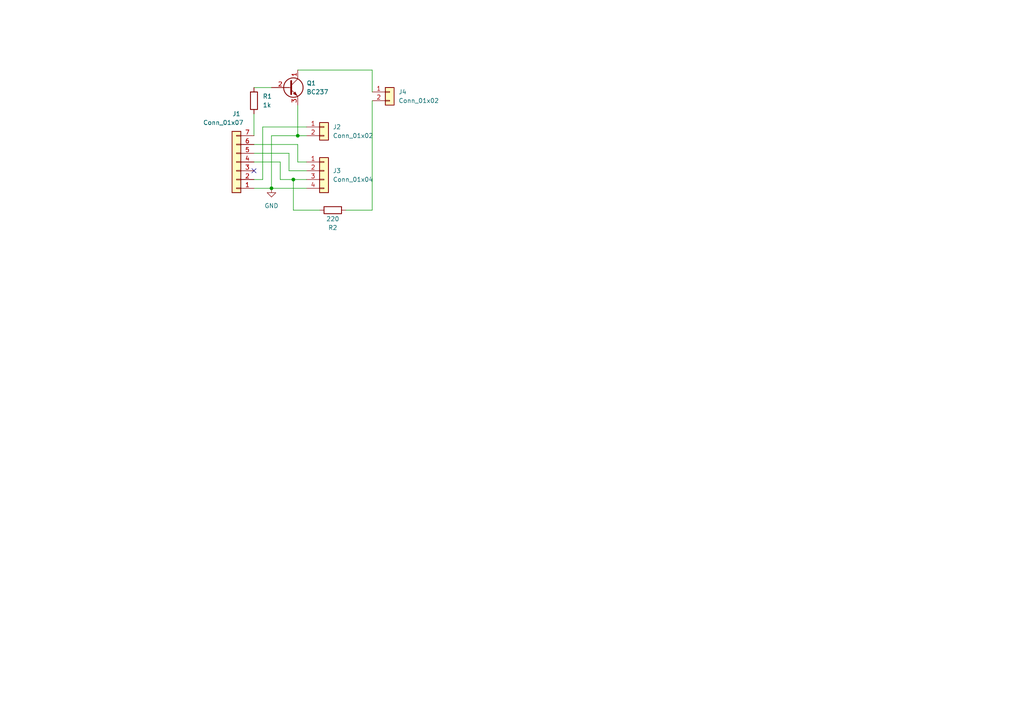
<source format=kicad_sch>
(kicad_sch (version 20211123) (generator eeschema)
  (paper "A4")
  (lib_symbols
    (symbol "Connector_Generic:Conn_01x02" (pin_names (offset 1.016) hide)
      (property "Reference" "J" (at 0 2.54 0))
      (property "Value" "Conn_01x02" (at 0 -5.08 0))
      (symbol "Conn_01x02_1_1"
        (rectangle (start -1.27 -2.413) (end 0 -2.667) (stroke (width 0.1524)))
        (rectangle (start -1.27 0.127) (end 0 -0.127) (stroke (width 0.1524)))
        (rectangle (start -1.27 1.27) (end 1.27 -3.81) (stroke (width 0.254)) (fill (type background)))
        (pin passive line (at -5.08 0 0) (length 3.81) (name "Pin_1") (number "1"))
        (pin passive line (at -5.08 -2.54 0) (length 3.81) (name "Pin_2") (number "2"))
      )
    )
    (symbol "Connector_Generic:Conn_01x04" (pin_names (offset 1.016) hide)
      (property "Reference" "J" (at 0 5.08 0))
      (property "Value" "Conn_01x04" (at 0 -7.62 0))
      (symbol "Conn_01x04_1_1"
        (rectangle (start -1.27 -4.953) (end 0 -5.207) (stroke (width 0.1524)))
        (rectangle (start -1.27 -2.413) (end 0 -2.667) (stroke (width 0.1524)))
        (rectangle (start -1.27 0.127) (end 0 -0.127) (stroke (width 0.1524)))
        (rectangle (start -1.27 2.667) (end 0 2.413) (stroke (width 0.1524)))
        (rectangle (start -1.27 3.81) (end 1.27 -6.35) (stroke (width 0.254)) (fill (type background)))
        (pin passive line (at -5.08 2.54 0) (length 3.81) (name "Pin_1") (number "1"))
        (pin passive line (at -5.08 0 0) (length 3.81) (name "Pin_2") (number "2"))
        (pin passive line (at -5.08 -2.54 0) (length 3.81) (name "Pin_3") (number "3"))
        (pin passive line (at -5.08 -5.08 0) (length 3.81) (name "Pin_4") (number "4"))
      )
    )
    (symbol "Connector_Generic:Conn_01x07" (pin_names (offset 1.016) hide)
      (property "Reference" "J" (at 0 10.16 0))
      (property "Value" "Conn_01x07" (at 0 -10.16 0))
      (symbol "Conn_01x07_1_1"
        (rectangle (start -1.27 -7.493) (end 0 -7.747) (stroke (width 0.1524)))
        (rectangle (start -1.27 -4.953) (end 0 -5.207) (stroke (width 0.1524)))
        (rectangle (start -1.27 -2.413) (end 0 -2.667) (stroke (width 0.1524)))
        (rectangle (start -1.27 0.127) (end 0 -0.127) (stroke (width 0.1524)))
        (rectangle (start -1.27 2.667) (end 0 2.413) (stroke (width 0.1524)))
        (rectangle (start -1.27 5.207) (end 0 4.953) (stroke (width 0.1524)))
        (rectangle (start -1.27 7.747) (end 0 7.493) (stroke (width 0.1524)))
        (rectangle (start -1.27 8.89) (end 1.27 -8.89) (stroke (width 0.254)) (fill (type background)))
        (pin passive line (at -5.08 7.62 0) (length 3.81) (name "Pin_1") (number "1"))
        (pin passive line (at -5.08 5.08 0) (length 3.81) (name "Pin_2") (number "2"))
        (pin passive line (at -5.08 2.54 0) (length 3.81) (name "Pin_3") (number "3"))
        (pin passive line (at -5.08 0 0) (length 3.81) (name "Pin_4") (number "4"))
        (pin passive line (at -5.08 -2.54 0) (length 3.81) (name "Pin_5") (number "5"))
        (pin passive line (at -5.08 -5.08 0) (length 3.81) (name "Pin_6") (number "6"))
        (pin passive line (at -5.08 -7.62 0) (length 3.81) (name "Pin_7") (number "7"))
      )
    )
    (symbol "Device:R" (pin_numbers hide) (pin_names (offset 0))
      (property "Reference" "R" (at 2.032 0 90))
      (property "Value" "R" (at 0 0 90))
      (symbol "R_0_1"
        (rectangle (start -1.016 -2.54) (end 1.016 2.54) (stroke (width 0.254)))
      )
      (symbol "R_1_1"
        (pin passive line (at 0 3.81 270) (length 1.27) (name "~") (number "1"))
        (pin passive line (at 0 -3.81 90) (length 1.27) (name "~") (number "2"))
      )
    )
    (symbol "Transistor_BJT:BC237" (pin_names (offset 0) hide)
      (property "Reference" "Q" (at 5.08 1.905 0))
      (property "Value" "BC237" (at 5.08 0 0))
      (symbol "BC237_0_1"
        (polyline (pts (xy 0 0) (xy 0.635 0)))
        (polyline (pts (xy 0.635 0.635) (xy 2.54 2.54)))
        (polyline (pts (xy 0.635 -0.635) (xy 2.54 -2.54) (xy 2.54 -2.54)))
        (polyline (pts (xy 0.635 1.905) (xy 0.635 -1.905) (xy 0.635 -1.905)) (stroke (width 0.508)))
        (polyline (pts (xy 1.27 -1.778) (xy 1.778 -1.27) (xy 2.286 -2.286) (xy 1.27 -1.778) (xy 1.27 -1.778)) (fill (type outline)))
        (circle (center 1.27 0) (radius 2.8194) (stroke (width 0.254)))
      )
      (symbol "BC237_1_1"
        (pin passive line (at 2.54 5.08 270) (length 2.54) (name "C") (number "1"))
        (pin input line (at -5.08 0 0) (length 5.08) (name "B") (number "2"))
        (pin passive line (at 2.54 -5.08 90) (length 2.54) (name "E") (number "3"))
      )
    )
    (symbol "power:GND" (power) (pin_names (offset 0))
      (property "Value" "GND" (at 0 -3.81 0))
      (symbol "GND_0_1"
        (polyline (pts (xy 0 0) (xy 0 -1.27) (xy 1.27 -1.27) (xy 0 -2.54) (xy -1.27 -1.27) (xy 0 -1.27)))
      )
      (symbol "GND_1_1"
        (pin power_in line (at 0 0 270) (length 0) hide (name "GND") (number "1"))
      )
    )
  )
  (junction (at 86.36 39.37))
  (junction (at 78.74 54.61))
  (junction (at 85.09 52.07))
  (no_connect (at 73.66 49.53))
  (wire (pts (xy 107.95 29.21) (xy 107.95 60.96)))
  (wire (pts (xy 73.66 52.07) (xy 76.2 52.07)))
  (wire (pts (xy 86.36 30.48) (xy 86.36 39.37)))
  (wire (pts (xy 73.66 25.4) (xy 78.74 25.4)))
  (wire (pts (xy 107.95 20.32) (xy 86.36 20.32)))
  (wire (pts (xy 86.36 41.91) (xy 86.36 46.99)))
  (wire (pts (xy 73.66 54.61) (xy 78.74 54.61)))
  (wire (pts (xy 86.36 46.99) (xy 88.9 46.99)))
  (wire (pts (xy 86.36 39.37) (xy 78.74 39.37)))
  (wire (pts (xy 83.82 49.53) (xy 83.82 44.45)))
  (wire (pts (xy 73.66 33.02) (xy 73.66 39.37)))
  (wire (pts (xy 85.09 52.07) (xy 88.9 52.07)))
  (wire (pts (xy 100.33 60.96) (xy 107.95 60.96)))
  (wire (pts (xy 73.66 41.91) (xy 86.36 41.91)))
  (wire (pts (xy 78.74 54.61) (xy 88.9 54.61)))
  (wire (pts (xy 85.09 60.96) (xy 85.09 52.07)))
  (wire (pts (xy 81.28 52.07) (xy 85.09 52.07)))
  (wire (pts (xy 76.2 52.07) (xy 76.2 36.83)))
  (wire (pts (xy 85.09 60.96) (xy 92.71 60.96)))
  (wire (pts (xy 83.82 44.45) (xy 73.66 44.45)))
  (wire (pts (xy 76.2 36.83) (xy 88.9 36.83)))
  (wire (pts (xy 88.9 49.53) (xy 83.82 49.53)))
  (wire (pts (xy 81.28 46.99) (xy 81.28 52.07)))
  (wire (pts (xy 73.66 46.99) (xy 81.28 46.99)))
  (wire (pts (xy 88.9 39.37) (xy 86.36 39.37)))
  (wire (pts (xy 78.74 39.37) (xy 78.74 54.61)))
  (wire (pts (xy 107.95 26.67) (xy 107.95 20.32)))
  (symbol (lib_id "Connector_Generic:Conn_01x07") (at 68.58 46.99 180) (unit 1)
    (property "Reference" "J1" (at 68.58 33.02 0))
    (property "Value" "Conn_01x07" (at 64.77 35.56 0))
    (property "Footprint" "Connector_PinHeader_1.27mm:PinHeader_1x07_P1.27mm_Vertical_SMD_Pin1Left" (effects hide))
  )
  (symbol (lib_id "Transistor_BJT:BC237") (at 83.82 25.4 0) (unit 1)
    (property "Reference" "Q1" (at 88.9 24.1299 0) (effects (justify left)))
    (property "Value" "BC237" (at 88.9 26.6699 0) (effects (justify left)))
    (property "Footprint" "Package_TO_SOT_THT:TO-92_Inline" (effects hide))
    (property "Datasheet" "http://www.onsemi.com/pub_link/Collateral/BC237-D.PDF" (effects hide))
  )
  (symbol (lib_id "Connector_Generic:Conn_01x02") (at 113.03 26.67 0) (unit 1)
    (property "Reference" "J4" (at 115.57 26.6699 0) (effects (justify left)))
    (property "Value" "Conn_01x02" (at 115.57 29.2099 0) (effects (justify left)))
    (property "Footprint" "Connector_PinHeader_2.54mm:PinHeader_1x02_P2.54mm_Horizontal" (effects hide))
  )
  (symbol (lib_id "Connector_Generic:Conn_01x02") (at 93.98 36.83 0) (unit 1)
    (property "Reference" "J2" (at 96.52 36.8299 0) (effects (justify left)))
    (property "Value" "Conn_01x02" (at 96.52 39.3699 0) (effects (justify left)))
    (property "Footprint" "Connector_PinHeader_2.54mm:PinHeader_1x02_P2.54mm_Horizontal" (effects hide))
  )
  (symbol (lib_id "Device:R") (at 73.66 29.21 0) (unit 1)
    (property "Reference" "R1" (at 76.2 27.9399 0) (effects (justify left)))
    (property "Value" "1k" (at 76.2 30.4799 0) (effects (justify left)))
    (property "Footprint" "Resistor_THT:R_Axial_DIN0204_L3.6mm_D1.6mm_P5.08mm_Horizontal" (effects hide))
  )
  (symbol (lib_id "Device:R") (at 96.52 60.96 90) (unit 1)
    (property "Reference" "R2" (at 96.52 66.04 90))
    (property "Value" "220" (at 96.52 63.5 90))
    (property "Footprint" "Resistor_THT:R_Axial_DIN0204_L3.6mm_D1.6mm_P5.08mm_Horizontal" (effects hide))
  )
  (symbol (lib_id "power:GND") (at 78.74 54.61 0) (unit 1)
    (property "Reference" "#PWR01" (effects hide))
    (property "Value" "GND" (at 78.74 59.69 0))
  )
  (symbol (lib_id "Connector_Generic:Conn_01x04") (at 93.98 49.53 0) (unit 1)
    (property "Reference" "J3" (at 96.52 49.5299 0) (effects (justify left)))
    (property "Value" "Conn_01x04" (at 96.52 52.0699 0) (effects (justify left)))
    (property "Footprint" "Connector_PinHeader_2.54mm:PinHeader_1x04_P2.54mm_Horizontal" (effects hide))
  )
)
</source>
